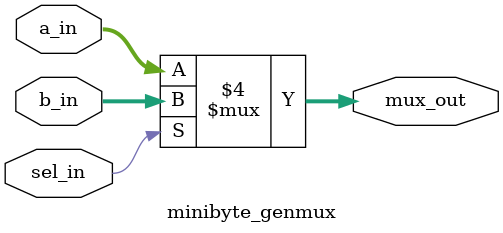
<source format=v>
/*
 * Copyright (c) 2024 Zachary Frazee
 * SPDX-License-Identifier: Apache-2.0
 */

//---------------------------------
//Generic Mux Module
//---------------------------------
module minibyte_genmux(
    //Mux Inputs
    input  wire [7:0] a_in,
    input  wire [7:0] b_in,

    //Mux Select
    input  wire       sel_in,

    //Mux Output
    output reg  [7:0] mux_out
);

    //Main Procedural Block
    //--------------------------
    always @(*) begin
        //A out if sel is low
        if(!sel_in)
            mux_out = a_in;

        //B out if sel is high
        else
            mux_out = b_in;
    end

endmodule

</source>
